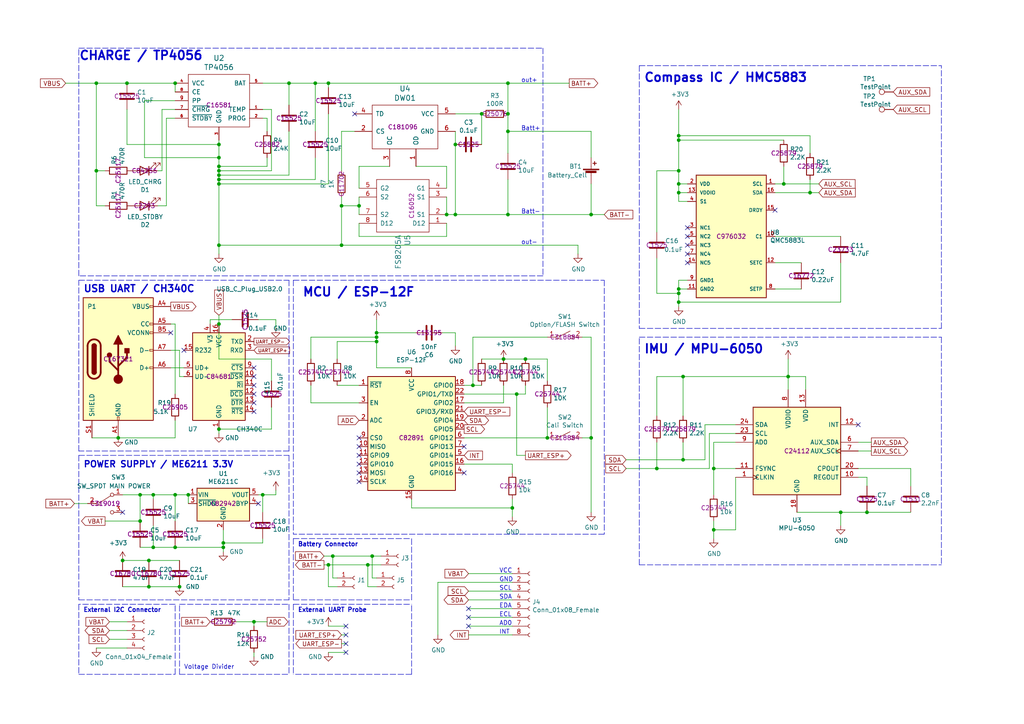
<source format=kicad_sch>
(kicad_sch (version 20211123) (generator eeschema)
  (paper "A4")
  (junction (at 50.8 158.75))
  (junction (at 50.8 24.13))
  (junction (at 63.5 45.72))
  (junction (at 196.85 87.63))
  (junction (at 40.64 143.51))
  (junction (at 64.77 157.48))
  (junction (at 63.5 71.12))
  (junction (at 95.25 163.83))
  (junction (at 34.29 127))
  (junction (at 76.2 143.51))
  (junction (at 63.5 93.98))
  (junction (at 147.32 33.02))
  (junction (at 43.18 162.56))
  (junction (at 63.5 48.26))
  (junction (at 196.85 49.53))
  (junction (at 132.08 62.23))
  (junction (at 228.6 109.22))
  (junction (at 104.14 59.69))
  (junction (at 91.44 24.13))
  (junction (at 95.25 24.13))
  (junction (at 207.01 135.89))
  (junction (at 132.08 41.91))
  (junction (at 44.45 158.75))
  (junction (at 50.8 143.51))
  (junction (at 35.56 162.56))
  (junction (at 152.4 104.14))
  (junction (at 27.94 49.53))
  (junction (at 198.12 109.22))
  (junction (at 139.7 33.02))
  (junction (at 63.5 49.53))
  (junction (at 64.77 158.75))
  (junction (at 196.85 83.82))
  (junction (at 63.5 50.8))
  (junction (at 227.33 53.34))
  (junction (at 190.5 135.89))
  (junction (at 196.85 39.37))
  (junction (at 148.59 147.32))
  (junction (at 36.83 24.13))
  (junction (at 63.5 124.46))
  (junction (at 96.52 161.29))
  (junction (at 196.85 85.09))
  (junction (at 54.61 143.51))
  (junction (at 109.22 97.79))
  (junction (at 106.68 163.83))
  (junction (at 44.45 143.51))
  (junction (at 147.32 24.13))
  (junction (at 158.75 127))
  (junction (at 129.54 62.23))
  (junction (at 147.32 62.23))
  (junction (at 73.66 180.34))
  (junction (at 196.85 40.64))
  (junction (at 243.84 148.59))
  (junction (at 147.32 38.1))
  (junction (at 40.64 151.13))
  (junction (at 83.82 24.13))
  (junction (at 196.85 53.34))
  (junction (at 146.05 104.14))
  (junction (at 149.86 114.3))
  (junction (at 109.22 96.52))
  (junction (at 52.07 170.18))
  (junction (at 27.94 24.13))
  (junction (at 137.16 111.76))
  (junction (at 171.45 127))
  (junction (at 171.45 62.23))
  (junction (at 63.5 52.07))
  (junction (at 63.5 53.34))
  (junction (at 99.06 59.69))
  (junction (at 107.95 161.29))
  (junction (at 63.5 41.91))
  (junction (at 109.22 99.06))
  (junction (at 251.46 148.59))
  (junction (at 43.18 170.18))
  (junction (at 234.95 55.88))
  (junction (at 207.01 153.67))
  (junction (at 99.06 71.12))
  (junction (at 196.85 55.88))
  (junction (at 198.12 133.35))
  (no_connect (at 104.14 129.54))
  (no_connect (at 199.39 68.58))
  (no_connect (at 100.33 181.61))
  (no_connect (at 73.66 109.22))
  (no_connect (at 100.33 184.15))
  (no_connect (at 102.87 33.02))
  (no_connect (at 74.93 146.05))
  (no_connect (at 73.66 114.3))
  (no_connect (at 135.89 176.53))
  (no_connect (at 53.34 101.6))
  (no_connect (at 199.39 71.12))
  (no_connect (at 248.92 123.19))
  (no_connect (at 135.89 181.61))
  (no_connect (at 134.62 137.16))
  (no_connect (at 73.66 119.38))
  (no_connect (at 73.66 106.68))
  (no_connect (at 104.14 127))
  (no_connect (at 73.66 116.84))
  (no_connect (at 104.14 137.16))
  (no_connect (at 104.14 132.08))
  (no_connect (at 49.53 96.52))
  (no_connect (at 73.66 111.76))
  (no_connect (at 199.39 66.04))
  (no_connect (at 135.89 179.07))
  (no_connect (at 134.62 129.54))
  (no_connect (at 35.56 148.59))
  (no_connect (at 199.39 73.66))
  (no_connect (at 104.14 139.7))
  (no_connect (at 100.33 186.69))
  (no_connect (at 104.14 134.62))
  (no_connect (at 199.39 76.2))
  (no_connect (at 100.33 189.23))
  (no_connect (at 224.79 60.96))
  (wire (pts (xy 104.14 111.76) (xy 97.79 111.76)))
  (polyline (pts (xy 83.82 130.81) (xy 22.86 130.81)))
  (wire (pts (xy 196.85 40.64) (xy 196.85 39.37)))
  (wire (pts (xy 99.06 59.69) (xy 99.06 71.12)))
  (wire (pts (xy 234.95 52.07) (xy 234.95 55.88)))
  (wire (pts (xy 129.54 57.15) (xy 129.54 62.23)))
  (wire (pts (xy 146.05 111.76) (xy 146.05 116.84)))
  (wire (pts (xy 196.85 83.82) (xy 196.85 85.09)))
  (wire (pts (xy 134.62 134.62) (xy 148.59 134.62)))
  (wire (pts (xy 248.92 138.43) (xy 251.46 138.43)))
  (wire (pts (xy 224.79 53.34) (xy 227.33 53.34)))
  (wire (pts (xy 96.52 161.29) (xy 107.95 161.29)))
  (wire (pts (xy 168.91 127) (xy 171.45 127)))
  (wire (pts (xy 35.56 143.51) (xy 40.64 143.51)))
  (wire (pts (xy 196.85 55.88) (xy 196.85 53.34)))
  (wire (pts (xy 199.39 53.34) (xy 196.85 53.34)))
  (wire (pts (xy 99.06 59.69) (xy 104.14 59.69)))
  (wire (pts (xy 232.41 83.82) (xy 224.79 83.82)))
  (polyline (pts (xy 50.8 195.58) (xy 50.8 175.26)))
  (wire (pts (xy 134.62 111.76) (xy 137.16 111.76)))
  (polyline (pts (xy 119.38 195.58) (xy 85.09 195.58)))
  (wire (pts (xy 26.67 127) (xy 34.29 127)))
  (wire (pts (xy 43.18 162.56) (xy 35.56 162.56)))
  (wire (pts (xy 134.62 114.3) (xy 149.86 114.3)))
  (wire (pts (xy 95.25 170.18) (xy 97.79 170.18)))
  (wire (pts (xy 227.33 40.64) (xy 196.85 40.64)))
  (wire (pts (xy 233.68 109.22) (xy 228.6 109.22)))
  (wire (pts (xy 64.77 153.67) (xy 64.77 157.48)))
  (wire (pts (xy 148.59 134.62) (xy 148.59 137.16)))
  (wire (pts (xy 99.06 38.1) (xy 99.06 49.53)))
  (wire (pts (xy 181.61 135.89) (xy 190.5 135.89)))
  (wire (pts (xy 198.12 109.22) (xy 228.6 109.22)))
  (wire (pts (xy 119.38 147.32) (xy 148.59 147.32)))
  (wire (pts (xy 99.06 57.15) (xy 99.06 59.69)))
  (wire (pts (xy 43.18 170.18) (xy 52.07 170.18)))
  (wire (pts (xy 99.06 186.69) (xy 100.33 186.69)))
  (wire (pts (xy 90.17 111.76) (xy 90.17 116.84)))
  (wire (pts (xy 196.85 39.37) (xy 196.85 31.75)))
  (wire (pts (xy 50.8 143.51) (xy 54.61 143.51)))
  (wire (pts (xy 44.45 143.51) (xy 50.8 143.51)))
  (polyline (pts (xy 85.09 81.28) (xy 85.09 154.94)))
  (wire (pts (xy 199.39 58.42) (xy 196.85 58.42)))
  (wire (pts (xy 27.94 24.13) (xy 36.83 24.13)))
  (wire (pts (xy 50.8 29.21) (xy 41.91 29.21)))
  (polyline (pts (xy 157.48 13.97) (xy 157.48 80.01)))
  (wire (pts (xy 196.85 85.09) (xy 196.85 87.63)))
  (wire (pts (xy 207.01 153.67) (xy 207.01 156.21)))
  (wire (pts (xy 27.94 59.69) (xy 27.94 49.53)))
  (wire (pts (xy 80.01 143.51) (xy 76.2 143.51)))
  (polyline (pts (xy 22.86 132.08) (xy 83.82 132.08)))
  (polyline (pts (xy 185.42 95.25) (xy 273.05 95.25)))
  (wire (pts (xy 93.98 163.83) (xy 95.25 163.83)))
  (wire (pts (xy 227.33 53.34) (xy 237.49 53.34)))
  (polyline (pts (xy 52.07 195.58) (xy 83.82 195.58)))
  (wire (pts (xy 43.18 170.18) (xy 35.56 170.18)))
  (wire (pts (xy 224.79 76.2) (xy 232.41 76.2)))
  (wire (pts (xy 41.91 45.72) (xy 63.5 45.72)))
  (wire (pts (xy 243.84 87.63) (xy 196.85 87.63)))
  (wire (pts (xy 30.48 59.69) (xy 27.94 59.69)))
  (wire (pts (xy 213.36 153.67) (xy 207.01 153.67)))
  (wire (pts (xy 63.5 52.07) (xy 63.5 53.34)))
  (polyline (pts (xy 85.09 81.28) (xy 175.26 81.28)))
  (wire (pts (xy 171.45 127) (xy 171.45 148.59)))
  (polyline (pts (xy 85.09 175.26) (xy 85.09 195.58)))
  (wire (pts (xy 76.2 156.21) (xy 76.2 157.48)))
  (wire (pts (xy 207.01 135.89) (xy 207.01 143.51)))
  (wire (pts (xy 50.8 31.75) (xy 46.99 31.75)))
  (wire (pts (xy 243.84 148.59) (xy 251.46 148.59)))
  (wire (pts (xy 76.2 143.51) (xy 74.93 143.51)))
  (wire (pts (xy 109.22 97.79) (xy 90.17 97.79)))
  (wire (pts (xy 30.48 151.13) (xy 40.64 151.13)))
  (wire (pts (xy 97.79 99.06) (xy 109.22 99.06)))
  (wire (pts (xy 52.07 162.56) (xy 43.18 162.56)))
  (wire (pts (xy 158.75 110.49) (xy 158.75 104.14)))
  (wire (pts (xy 73.66 189.23) (xy 73.66 190.5)))
  (wire (pts (xy 63.5 104.14) (xy 63.5 93.98)))
  (wire (pts (xy 44.45 152.4) (xy 44.45 158.75)))
  (wire (pts (xy 31.75 185.42) (xy 36.83 185.42)))
  (wire (pts (xy 21.59 146.05) (xy 25.4 146.05)))
  (wire (pts (xy 196.85 49.53) (xy 196.85 53.34)))
  (wire (pts (xy 48.26 59.69) (xy 45.72 59.69)))
  (polyline (pts (xy 52.07 195.58) (xy 52.07 175.26)))
  (wire (pts (xy 196.85 58.42) (xy 196.85 55.88)))
  (wire (pts (xy 251.46 148.59) (xy 264.16 148.59)))
  (wire (pts (xy 137.16 111.76) (xy 137.16 97.79)))
  (polyline (pts (xy 175.26 154.94) (xy 85.09 154.94)))
  (wire (pts (xy 76.2 148.59) (xy 76.2 143.51)))
  (wire (pts (xy 60.96 93.98) (xy 60.96 92.71)))
  (wire (pts (xy 199.39 81.28) (xy 196.85 81.28)))
  (wire (pts (xy 132.08 96.52) (xy 132.08 100.33)))
  (wire (pts (xy 68.58 180.34) (xy 73.66 180.34)))
  (polyline (pts (xy 83.82 132.08) (xy 83.82 173.99)))
  (polyline (pts (xy 22.86 132.08) (xy 22.86 173.99)))
  (wire (pts (xy 129.54 62.23) (xy 132.08 62.23)))
  (wire (pts (xy 73.66 181.61) (xy 73.66 180.34)))
  (wire (pts (xy 44.45 144.78) (xy 44.45 143.51)))
  (wire (pts (xy 128.27 96.52) (xy 132.08 96.52)))
  (wire (pts (xy 134.62 127) (xy 158.75 127)))
  (wire (pts (xy 205.74 125.73) (xy 213.36 125.73)))
  (wire (pts (xy 30.48 49.53) (xy 27.94 49.53)))
  (wire (pts (xy 50.8 151.13) (xy 50.8 143.51)))
  (polyline (pts (xy 185.42 97.79) (xy 273.05 97.79)))
  (wire (pts (xy 198.12 109.22) (xy 198.12 120.65)))
  (wire (pts (xy 233.68 113.03) (xy 233.68 109.22)))
  (wire (pts (xy 139.7 33.02) (xy 132.08 33.02)))
  (wire (pts (xy 264.16 135.89) (xy 264.16 140.97)))
  (wire (pts (xy 73.66 180.34) (xy 77.47 180.34)))
  (wire (pts (xy 149.86 114.3) (xy 152.4 114.3)))
  (wire (pts (xy 243.84 148.59) (xy 243.84 152.4)))
  (wire (pts (xy 40.64 158.75) (xy 44.45 158.75)))
  (wire (pts (xy 63.5 50.8) (xy 83.82 50.8)))
  (wire (pts (xy 168.91 97.79) (xy 171.45 97.79)))
  (wire (pts (xy 64.77 157.48) (xy 64.77 158.75)))
  (wire (pts (xy 50.8 127) (xy 50.8 121.92)))
  (wire (pts (xy 34.29 127) (xy 50.8 127)))
  (wire (pts (xy 40.64 143.51) (xy 44.45 143.51)))
  (wire (pts (xy 102.87 38.1) (xy 99.06 38.1)))
  (wire (pts (xy 52.07 101.6) (xy 52.07 109.22)))
  (wire (pts (xy 76.2 34.29) (xy 77.47 34.29)))
  (polyline (pts (xy 22.86 81.28) (xy 83.82 81.28)))
  (wire (pts (xy 158.75 127) (xy 158.75 118.11)))
  (wire (pts (xy 49.53 101.6) (xy 52.07 101.6)))
  (wire (pts (xy 106.68 163.83) (xy 110.49 163.83)))
  (wire (pts (xy 107.95 161.29) (xy 107.95 167.64)))
  (wire (pts (xy 46.99 49.53) (xy 45.72 49.53)))
  (wire (pts (xy 190.5 135.89) (xy 205.74 135.89)))
  (wire (pts (xy 127 184.15) (xy 127 168.91)))
  (polyline (pts (xy 22.86 175.26) (xy 22.86 195.58)))
  (wire (pts (xy 224.79 55.88) (xy 234.95 55.88)))
  (wire (pts (xy 77.47 45.72) (xy 77.47 48.26)))
  (wire (pts (xy 91.44 52.07) (xy 63.5 52.07)))
  (wire (pts (xy 78.74 31.75) (xy 78.74 49.53)))
  (polyline (pts (xy 119.38 173.99) (xy 119.38 156.21)))
  (wire (pts (xy 104.14 54.61) (xy 104.14 48.26)))
  (wire (pts (xy 46.99 31.75) (xy 46.99 49.53)))
  (wire (pts (xy 135.89 166.37) (xy 148.59 166.37)))
  (wire (pts (xy 127 168.91) (xy 148.59 168.91)))
  (wire (pts (xy 109.22 96.52) (xy 109.22 97.79)))
  (wire (pts (xy 63.5 49.53) (xy 63.5 50.8)))
  (wire (pts (xy 252.73 130.81) (xy 248.92 130.81)))
  (wire (pts (xy 90.17 97.79) (xy 90.17 104.14)))
  (wire (pts (xy 198.12 128.27) (xy 198.12 133.35)))
  (polyline (pts (xy 85.09 175.26) (xy 119.38 175.26)))
  (wire (pts (xy 106.68 163.83) (xy 106.68 170.18)))
  (wire (pts (xy 146.05 104.14) (xy 152.4 104.14)))
  (wire (pts (xy 234.95 39.37) (xy 196.85 39.37)))
  (wire (pts (xy 149.86 132.08) (xy 152.4 132.08)))
  (polyline (pts (xy 50.8 175.26) (xy 22.86 175.26)))
  (polyline (pts (xy 22.86 80.01) (xy 22.86 13.97)))
  (wire (pts (xy 95.25 163.83) (xy 106.68 163.83)))
  (wire (pts (xy 137.16 97.79) (xy 158.75 97.79)))
  (polyline (pts (xy 22.86 130.81) (xy 22.86 81.28)))
  (polyline (pts (xy 22.86 173.99) (xy 83.82 173.99)))
  (wire (pts (xy 78.74 104.14) (xy 63.5 104.14)))
  (wire (pts (xy 147.32 44.45) (xy 147.32 38.1)))
  (wire (pts (xy 147.32 33.02) (xy 147.32 38.1)))
  (polyline (pts (xy 185.42 163.83) (xy 273.05 163.83)))
  (wire (pts (xy 224.79 68.58) (xy 243.84 68.58)))
  (polyline (pts (xy 85.09 156.21) (xy 119.38 156.21)))
  (wire (pts (xy 91.44 24.13) (xy 91.44 38.1)))
  (wire (pts (xy 76.2 31.75) (xy 78.74 31.75)))
  (wire (pts (xy 99.06 71.12) (xy 63.5 71.12)))
  (wire (pts (xy 148.59 181.61) (xy 135.89 181.61)))
  (wire (pts (xy 196.85 87.63) (xy 196.85 88.9)))
  (wire (pts (xy 83.82 24.13) (xy 83.82 30.48)))
  (wire (pts (xy 41.91 29.21) (xy 41.91 45.72)))
  (wire (pts (xy 190.5 128.27) (xy 190.5 135.89)))
  (wire (pts (xy 171.45 62.23) (xy 171.45 53.34)))
  (wire (pts (xy 95.25 53.34) (xy 63.5 53.34)))
  (wire (pts (xy 148.59 173.99) (xy 135.89 173.99)))
  (wire (pts (xy 104.14 59.69) (xy 104.14 62.23)))
  (wire (pts (xy 76.2 24.13) (xy 83.82 24.13)))
  (wire (pts (xy 228.6 104.14) (xy 228.6 109.22)))
  (wire (pts (xy 196.85 81.28) (xy 196.85 83.82)))
  (wire (pts (xy 149.86 114.3) (xy 149.86 132.08)))
  (wire (pts (xy 171.45 62.23) (xy 175.26 62.23)))
  (polyline (pts (xy 83.82 175.26) (xy 83.82 195.58)))
  (wire (pts (xy 109.22 97.79) (xy 109.22 99.06)))
  (wire (pts (xy 148.59 147.32) (xy 148.59 149.86)))
  (wire (pts (xy 109.22 106.68) (xy 119.38 106.68)))
  (wire (pts (xy 190.5 49.53) (xy 196.85 49.53)))
  (polyline (pts (xy 185.42 163.83) (xy 185.42 97.79)))
  (wire (pts (xy 205.74 135.89) (xy 205.74 125.73)))
  (wire (pts (xy 152.4 114.3) (xy 152.4 111.76)))
  (wire (pts (xy 50.8 26.67) (xy 50.8 24.13)))
  (wire (pts (xy 190.5 109.22) (xy 190.5 120.65)))
  (wire (pts (xy 171.45 97.79) (xy 171.45 127)))
  (wire (pts (xy 107.95 161.29) (xy 110.49 161.29)))
  (wire (pts (xy 132.08 62.23) (xy 147.32 62.23)))
  (wire (pts (xy 147.32 24.13) (xy 165.1 24.13)))
  (wire (pts (xy 63.5 93.98) (xy 63.5 91.44)))
  (wire (pts (xy 167.64 71.12) (xy 167.64 73.66)))
  (wire (pts (xy 213.36 138.43) (xy 213.36 153.67)))
  (wire (pts (xy 104.14 68.58) (xy 129.54 68.58)))
  (wire (pts (xy 95.25 189.23) (xy 100.33 189.23)))
  (wire (pts (xy 50.8 93.98) (xy 50.8 114.3)))
  (wire (pts (xy 80.01 92.71) (xy 80.01 95.25)))
  (polyline (pts (xy 175.26 81.28) (xy 175.26 154.94)))
  (wire (pts (xy 132.08 38.1) (xy 132.08 41.91)))
  (wire (pts (xy 135.89 184.15) (xy 148.59 184.15)))
  (polyline (pts (xy 85.09 156.21) (xy 85.09 173.99)))
  (wire (pts (xy 152.4 104.14) (xy 158.75 104.14)))
  (wire (pts (xy 204.47 123.19) (xy 213.36 123.19)))
  (wire (pts (xy 40.64 151.13) (xy 40.64 143.51)))
  (polyline (pts (xy 22.86 13.97) (xy 157.48 13.97)))
  (wire (pts (xy 27.94 24.13) (xy 19.05 24.13)))
  (wire (pts (xy 63.5 48.26) (xy 63.5 49.53)))
  (polyline (pts (xy 83.82 81.28) (xy 83.82 130.81)))
  (wire (pts (xy 129.54 48.26) (xy 129.54 54.61)))
  (wire (pts (xy 90.17 116.84) (xy 104.14 116.84)))
  (wire (pts (xy 109.22 96.52) (xy 109.22 92.71)))
  (wire (pts (xy 104.14 57.15) (xy 104.14 59.69)))
  (wire (pts (xy 36.83 24.13) (xy 50.8 24.13)))
  (wire (pts (xy 134.62 116.84) (xy 146.05 116.84)))
  (wire (pts (xy 63.5 49.53) (xy 78.74 49.53)))
  (wire (pts (xy 248.92 128.27) (xy 252.73 128.27)))
  (wire (pts (xy 190.5 109.22) (xy 198.12 109.22)))
  (wire (pts (xy 78.74 124.46) (xy 63.5 124.46)))
  (wire (pts (xy 243.84 76.2) (xy 243.84 87.63)))
  (wire (pts (xy 139.7 104.14) (xy 146.05 104.14)))
  (wire (pts (xy 120.65 96.52) (xy 109.22 96.52)))
  (wire (pts (xy 199.39 55.88) (xy 196.85 55.88)))
  (wire (pts (xy 36.83 31.75) (xy 36.83 41.91)))
  (wire (pts (xy 213.36 128.27) (xy 207.01 128.27)))
  (wire (pts (xy 93.98 161.29) (xy 96.52 161.29)))
  (wire (pts (xy 129.54 68.58) (xy 129.54 64.77)))
  (wire (pts (xy 77.47 48.26) (xy 63.5 48.26)))
  (wire (pts (xy 74.93 92.71) (xy 80.01 92.71)))
  (wire (pts (xy 148.59 179.07) (xy 135.89 179.07)))
  (wire (pts (xy 147.32 24.13) (xy 147.32 33.02)))
  (wire (pts (xy 190.5 67.31) (xy 190.5 49.53)))
  (wire (pts (xy 95.25 33.02) (xy 95.25 53.34)))
  (wire (pts (xy 190.5 74.93) (xy 190.5 85.09)))
  (polyline (pts (xy 22.86 195.58) (xy 50.8 195.58)))
  (wire (pts (xy 50.8 34.29) (xy 48.26 34.29)))
  (wire (pts (xy 248.92 135.89) (xy 264.16 135.89)))
  (wire (pts (xy 49.53 93.98) (xy 50.8 93.98)))
  (wire (pts (xy 60.96 92.71) (xy 67.31 92.71)))
  (wire (pts (xy 148.59 171.45) (xy 135.89 171.45)))
  (wire (pts (xy 95.25 25.4) (xy 95.25 24.13)))
  (wire (pts (xy 48.26 34.29) (xy 48.26 59.69)))
  (wire (pts (xy 63.5 41.91) (xy 63.5 45.72)))
  (wire (pts (xy 54.61 143.51) (xy 54.61 146.05)))
  (polyline (pts (xy 52.07 175.26) (xy 83.82 175.26)))
  (wire (pts (xy 139.7 41.91) (xy 139.7 33.02)))
  (wire (pts (xy 190.5 85.09) (xy 196.85 85.09)))
  (wire (pts (xy 99.06 184.15) (xy 100.33 184.15)))
  (wire (pts (xy 83.82 24.13) (xy 91.44 24.13)))
  (polyline (pts (xy 273.05 97.79) (xy 273.05 163.83)))
  (wire (pts (xy 83.82 38.1) (xy 83.82 50.8)))
  (wire (pts (xy 204.47 133.35) (xy 204.47 123.19)))
  (wire (pts (xy 251.46 138.43) (xy 251.46 140.97)))
  (wire (pts (xy 80.01 142.24) (xy 80.01 143.51)))
  (wire (pts (xy 227.33 48.26) (xy 227.33 53.34)))
  (wire (pts (xy 119.38 144.78) (xy 119.38 147.32)))
  (polyline (pts (xy 157.48 80.01) (xy 22.86 80.01)))
  (wire (pts (xy 97.79 104.14) (xy 97.79 99.06)))
  (wire (pts (xy 76.2 157.48) (xy 64.77 157.48)))
  (wire (pts (xy 27.94 49.53) (xy 27.94 24.13)))
  (wire (pts (xy 109.22 99.06) (xy 109.22 106.68)))
  (wire (pts (xy 63.5 124.46) (xy 63.5 125.73)))
  (wire (pts (xy 207.01 128.27) (xy 207.01 135.89)))
  (wire (pts (xy 148.59 144.78) (xy 148.59 147.32)))
  (wire (pts (xy 198.12 133.35) (xy 204.47 133.35)))
  (wire (pts (xy 78.74 118.11) (xy 78.74 124.46)))
  (polyline (pts (xy 273.05 95.25) (xy 273.05 19.05)))
  (wire (pts (xy 147.32 38.1) (xy 171.45 38.1)))
  (wire (pts (xy 63.5 71.12) (xy 63.5 73.66)))
  (wire (pts (xy 36.83 182.88) (xy 31.75 182.88)))
  (wire (pts (xy 63.5 40.64) (xy 63.5 41.91)))
  (wire (pts (xy 207.01 151.13) (xy 207.01 153.67)))
  (polyline (pts (xy 185.42 19.05) (xy 185.42 95.25)))
  (wire (pts (xy 132.08 41.91) (xy 132.08 62.23)))
  (polyline (pts (xy 185.42 19.05) (xy 273.05 19.05)))
  (wire (pts (xy 148.59 176.53) (xy 135.89 176.53)))
  (wire (pts (xy 100.33 181.61) (xy 95.25 181.61)))
  (wire (pts (xy 104.14 64.77) (xy 104.14 68.58)))
  (wire (pts (xy 234.95 44.45) (xy 234.95 39.37)))
  (wire (pts (xy 44.45 158.75) (xy 50.8 158.75)))
  (wire (pts (xy 199.39 83.82) (xy 196.85 83.82)))
  (wire (pts (xy 107.95 167.64) (xy 109.22 167.64)))
  (wire (pts (xy 91.44 24.13) (xy 95.25 24.13)))
  (wire (pts (xy 147.32 62.23) (xy 171.45 62.23)))
  (wire (pts (xy 181.61 133.35) (xy 198.12 133.35)))
  (wire (pts (xy 104.14 48.26) (xy 113.03 48.26)))
  (wire (pts (xy 137.16 111.76) (xy 139.7 111.76)))
  (wire (pts (xy 106.68 170.18) (xy 109.22 170.18)))
  (wire (pts (xy 231.14 148.59) (xy 243.84 148.59)))
  (wire (pts (xy 77.47 34.29) (xy 77.47 38.1)))
  (polyline (pts (xy 85.09 173.99) (xy 119.38 173.99)))
  (wire (pts (xy 95.25 24.13) (xy 147.32 24.13)))
  (wire (pts (xy 27.94 187.96) (xy 36.83 187.96)))
  (wire (pts (xy 78.74 110.49) (xy 78.74 104.14)))
  (wire (pts (xy 63.5 50.8) (xy 63.5 52.07)))
  (wire (pts (xy 234.95 55.88) (xy 237.49 55.88)))
  (wire (pts (xy 213.36 135.89) (xy 207.01 135.89)))
  (wire (pts (xy 64.77 158.75) (xy 64.77 160.02)))
  (wire (pts (xy 63.5 45.72) (xy 63.5 48.26)))
  (wire (pts (xy 36.83 41.91) (xy 63.5 41.91)))
  (wire (pts (xy 97.79 167.64) (xy 96.52 167.64)))
  (wire (pts (xy 99.06 71.12) (xy 167.64 71.12)))
  (wire (pts (xy 31.75 180.34) (xy 36.83 180.34)))
  (polyline (pts (xy 119.38 195.58) (xy 119.38 175.26)))
  (wire (pts (xy 196.85 40.64) (xy 196.85 49.53)))
  (wire (pts (xy 91.44 45.72) (xy 91.44 52.07)))
  (wire (pts (xy 96.52 167.64) (xy 96.52 161.29)))
  (wire (pts (xy 49.53 106.68) (xy 53.34 106.68)))
  (wire (pts (xy 147.32 52.07) (xy 147.32 62.23)))
  (wire (pts (xy 228.6 113.03) (xy 228.6 109.22)))
  (wire (pts (xy 120.65 48.26) (xy 129.54 48.26)))
  (wire (pts (xy 52.07 109.22) (xy 53.34 109.22)))
  (wire (pts (xy 63.5 53.34) (xy 63.5 71.12)))
  (wire (pts (xy 95.25 170.18) (xy 95.25 163.83)))
  (wire (pts (xy 171.45 38.1) (xy 171.45 45.72)))
  (wire (pts (xy 50.8 158.75) (xy 64.77 158.75)))
  (text "Voltage Divider" (at 53.34 194.31 0) (effects (font (size 1.27 1.27)) (justify left bottom)))
  (text "Batt-" (at 151.13 62.23 0) (effects (font (size 1.27 1.27)) (justify left bottom)))
  (text "External UART Probe" (at 86.36 177.8 0) (effects (font (size 1.27 1.27) (thickness 0.254) bold) (justify left bottom)))
  (text "MCU / ESP-12F" (at 87.63 86.36 0) (effects (font (size 2.54 2.54) (thickness 0.508) bold) (justify left bottom)))
  (text "External I2C Connector" (at 24.13 177.8 0) (effects (font (size 1.27 1.27) (thickness 0.254) bold) (justify left bottom)))
  (text "AD0" (at 144.78 181.61 0) (effects (font (size 1.27 1.27)) (justify left bottom)))
  (text "IMU / MPU-6050" (at 186.69 102.87 0) (effects (font (size 2.54 2.54) (thickness 0.508) bold) (justify left bottom)))
  (text "Compass IC / HMC5883" (at 186.69 24.13 0) (effects (font (size 2.54 2.54) (thickness 0.508) bold) (justify left bottom)))
  (text "POWER SUPPLY / ME6211 3.3V" (at 24.13 135.89 0) (effects (font (size 1.8034 1.8034) (thickness 0.3607) bold) (justify left bottom)))
  (text "ECL" (at 144.78 179.07 0) (effects (font (size 1.27 1.27)) (justify left bottom)))
  (text "out+\n" (at 151.13 24.13 0) (effects (font (size 1.27 1.27)) (justify left bottom)))
  (text "GND" (at 144.78 168.91 0) (effects (font (size 1.27 1.27)) (justify left bottom)))
  (text "EDA" (at 144.78 176.53 0) (effects (font (size 1.27 1.27)) (justify left bottom)))
  (text "VCC" (at 144.78 166.37 0) (effects (font (size 1.27 1.27)) (justify left bottom)))
  (text "SDA" (at 144.78 173.99 0) (effects (font (size 1.27 1.27)) (justify left bottom)))
  (text "INT" (at 144.78 184.15 0) (effects (font (size 1.27 1.27)) (justify left bottom)))
  (text "Batt+\n" (at 151.13 38.1 0) (effects (font (size 1.27 1.27)) (justify left bottom)))
  (text "CHARGE / TP4056" (at 22.86 17.78 0) (effects (font (size 2.54 2.54) (thickness 0.508) bold) (justify left bottom)))
  (text "USB UART / CH340C" (at 24.13 85.09 0) (effects (font (size 2.0066 2.0066) (thickness 0.4013) bold) (justify left bottom)))
  (text "Battery Connector" (at 86.36 158.75 0) (effects (font (size 1.27 1.27) (thickness 0.254) bold) (justify left bottom)))
  (text "out-" (at 151.13 71.12 0) (effects (font (size 1.27 1.27)) (justify left bottom)))
  (text "SCL" (at 144.78 171.45 0) (effects (font (size 1.27 1.27)) (justify left bottom)))
  (global_label "UART_ESP-" (shape output) (at 73.66 99.06 0) (effects (font (size 0.9906 0.9906))) (property "Intersheet References" "${INTERSHEET_REFS}" (effects hide)))
  (global_label "UART_ESP+" (shape input) (at 99.06 184.15 180) (property "Intersheet References" "${INTERSHEET_REFS}" (effects hide)))
  (global_label "SDA" (shape bidirectional) (at 135.89 173.99 180) (property "Intersheet References" "${INTERSHEET_REFS}" (effects hide)))
  (global_label "SCL" (shape input) (at 135.89 171.45 180) (property "Intersheet References" "${INTERSHEET_REFS}" (effects hide)))
  (global_label "UART_ESP-" (shape output) (at 99.06 186.69 180) (property "Intersheet References" "${INTERSHEET_REFS}" (effects hide)))
  (global_label "VBAT" (shape input) (at 31.75 180.34 180) (property "Intersheet References" "${INTERSHEET_REFS}" (effects hide)))
  (global_label "BATT+" (shape input) (at 93.98 161.29 180) (property "Intersheet References" "${INTERSHEET_REFS}" (effects hide)))
  (global_label "VBUS" (shape input) (at 19.05 24.13 180) (property "Intersheet References" "${INTERSHEET_REFS}" (effects hide)))
  (global_label "VBUS" (shape output) (at 49.53 88.9 0) (property "Intersheet References" "${INTERSHEET_REFS}" (effects hide)))
  (global_label "SDA" (shape bidirectional) (at 31.75 182.88 180) (property "Intersheet References" "${INTERSHEET_REFS}" (effects hide)))
  (global_label "BATT+" (shape output) (at 165.1 24.13 0) (property "Intersheet References" "${INTERSHEET_REFS}" (effects hide)))
  (global_label "AUX_SCL" (shape input) (at 237.49 53.34 0) (property "Intersheet References" "${INTERSHEET_REFS}" (effects hide)))
  (global_label "SDA" (shape input) (at 181.61 133.35 180) (property "Intersheet References" "${INTERSHEET_REFS}" (effects hide)))
  (global_label "UART_ESP+" (shape output) (at 152.4 132.08 0) (property "Intersheet References" "${INTERSHEET_REFS}" (effects hide)))
  (global_label "AUX_SDA" (shape input) (at 237.49 55.88 0) (property "Intersheet References" "${INTERSHEET_REFS}" (effects hide)))
  (global_label "INT" (shape output) (at 135.89 184.15 180) (property "Intersheet References" "${INTERSHEET_REFS}" (effects hide)))
  (global_label "VBAT" (shape output) (at 30.48 151.13 180) (property "Intersheet References" "${INTERSHEET_REFS}" (effects hide)))
  (global_label "SCL" (shape input) (at 31.75 185.42 180) (property "Intersheet References" "${INTERSHEET_REFS}" (effects hide)))
  (global_label "SCL" (shape output) (at 134.62 124.46 0) (property "Intersheet References" "${INTERSHEET_REFS}" (effects hide)))
  (global_label "AUX_SDA" (shape output) (at 252.73 128.27 0) (property "Intersheet References" "${INTERSHEET_REFS}" (effects hide)))
  (global_label "UART_ESP+" (shape input) (at 73.66 101.6 0) (effects (font (size 0.9906 0.9906))) (property "Intersheet References" "${INTERSHEET_REFS}" (effects hide)))
  (global_label "BATT+" (shape input) (at 21.59 146.05 180) (property "Intersheet References" "${INTERSHEET_REFS}" (effects hide)))
  (global_label "ADC" (shape output) (at 77.47 180.34 0) (property "Intersheet References" "${INTERSHEET_REFS}" (effects hide)))
  (global_label "VBAT" (shape input) (at 135.89 166.37 180) (property "Intersheet References" "${INTERSHEET_REFS}" (effects hide)))
  (global_label "SCL" (shape input) (at 181.61 135.89 180) (property "Intersheet References" "${INTERSHEET_REFS}" (effects hide)))
  (global_label "INT" (shape input) (at 134.62 132.08 0) (property "Intersheet References" "${INTERSHEET_REFS}" (effects hide)))
  (global_label "BATT-" (shape input) (at 175.26 62.23 0) (property "Intersheet References" "${INTERSHEET_REFS}" (effects hide)))
  (global_label "BATT-" (shape output) (at 93.98 163.83 180) (property "Intersheet References" "${INTERSHEET_REFS}" (effects hide)))
  (global_label "AUX_SDA" (shape input) (at 259.08 26.67 0) (property "Intersheet References" "${INTERSHEET_REFS}" (effects hide)))
  (global_label "UART_ESP-" (shape input) (at 134.62 119.38 0) (property "Intersheet References" "${INTERSHEET_REFS}" (effects hide)))
  (global_label "BATT+" (shape input) (at 60.96 180.34 180) (property "Intersheet References" "${INTERSHEET_REFS}" (effects hide)))
  (global_label "SDA" (shape bidirectional) (at 134.62 121.92 0) (property "Intersheet References" "${INTERSHEET_REFS}" (effects hide)))
  (global_label "AUX_SCL" (shape input) (at 259.08 31.75 0) (property "Intersheet References" "${INTERSHEET_REFS}" (effects hide)))
  (global_label "AUX_SCL" (shape output) (at 252.73 130.81 0) (property "Intersheet References" "${INTERSHEET_REFS}" (effects hide)))
  (global_label "ADC" (shape input) (at 104.14 121.92 180) (property "Intersheet References" "${INTERSHEET_REFS}" (effects hide)))
  (global_label "VBUS" (shape input) (at 63.5 91.44 90) (property "Intersheet References" "${INTERSHEET_REFS}" (effects hide)))
  (symbol (lib_id "Device:Battery_Cell") (at 171.45 50.8 0) (unit 1)
    (property "Reference" "BT1" (at 165.1 48.26 0) (effects (justify left)))
    (property "Value" "Battery_Cell" (at 158.75 50.8 0) (effects (justify left)))
    (property "Footprint" "Battery:BatteryHolder_MPD_BH-18650-PC2" (effects hide))
  )
  (symbol (lib_id "Sensor_Motion:MPU-6050") (at 231.14 130.81 0) (unit 1)
    (property "Reference" "U3" (at 231.14 150.8506 0))
    (property "Value" "MPU-6050" (at 231.14 153.162 0))
    (property "Footprint" "Sensor_Motion:InvenSense_QFN-24_4x4mm_P0.5mm" (effects hide))
    (property "Datasheet" "https://store.invensense.com/datasheets/invensense/MPU-6050_DataSheet_V3%204.pdf" (effects hide))
    (property "LCSC" "C24112" (at 231.14 130.81 0))
  )
  (symbol (lib_id "tp4056:TP4056") (at 63.5 30.48 0) (unit 1)
    (property "Reference" "U2" (at 63.5 16.8402 0) (effects (font (size 1.524 1.524))))
    (property "Value" "TP4056" (at 63.5 19.5326 0) (effects (font (size 1.524 1.524))))
    (property "Footprint" "Package_SO:HSOP-8-1EP_3.9x4.9mm_P1.27mm_EP2.41x3.1mm_ThermalVias" (effects hide))
    (property "LCSC" "C16581" (at 63.5 30.48 0))
  )
  (symbol (lib_id "Device:LED") (at 41.91 49.53 180) (unit 1)
    (property "Reference" "D1" (at 42.0878 55.0418 0))
    (property "Value" "LED_CHRG" (at 42.0878 52.7304 0))
    (property "Footprint" "LED_SMD:LED_0805_2012Metric" (effects hide))
    (property "LCSC" "C84256" (at 41.91 49.53 0))
  )
  (symbol (lib_id "Device:LED") (at 41.91 59.69 180) (unit 1)
    (property "Reference" "D2" (at 42.0878 65.2018 0))
    (property "Value" "LED_STDBY" (at 42.0878 62.8904 0))
    (property "Footprint" "LED_SMD:LED_0805_2012Metric" (effects hide))
    (property "LCSC" "C2293" (at 41.91 59.69 0))
  )
  (symbol (lib_id "power:GND") (at 63.5 73.66 0) (unit 1)
    (property "Reference" "#PWR0105" (effects hide))
    (property "Value" "GND" (at 63.627 78.0542 0))
  )
  (symbol (lib_id "Device:R") (at 34.29 59.69 90) (unit 1)
    (property "Reference" "R1" (at 33.1216 57.912 0) (effects (justify left)))
    (property "Value" "470R" (at 35.433 57.912 0) (effects (justify left)))
    (property "Footprint" "Resistor_SMD:R_0402_1005Metric" (effects hide))
    (property "LCSC" "C25117" (at 34.29 59.69 0))
  )
  (symbol (lib_id "dw01:DW01") (at 116.84 36.83 0) (unit 1)
    (property "Reference" "U4" (at 117.475 25.7302 0) (effects (font (size 1.524 1.524))))
    (property "Value" "DW01" (at 117.475 28.4226 0) (effects (font (size 1.524 1.524))))
    (property "Footprint" "Package_TO_SOT_SMD:SOT-23-6_Handsoldering" (effects hide))
    (property "LCSC" "C181096" (at 116.84 36.83 0))
  )
  (symbol (lib_id "fs8205a:FS8205A") (at 119.38 59.69 270) (unit 1)
    (property "Reference" "U5" (at 118.1862 68.0212 0) (effects (font (size 1.524 1.524)) (justify left)))
    (property "Value" "FS8205A" (at 115.4938 68.0212 0) (effects (font (size 1.524 1.524)) (justify left)))
    (property "Footprint" "Package_SO:TSSOP-8_4.4x3mm_P0.65mm" (effects hide))
    (property "LCSC" "C16052" (at 119.38 59.69 0))
  )
  (symbol (lib_id "RF_Module:ESP-12F") (at 119.38 127 0) (unit 1)
    (property "Reference" "U6" (at 119.38 102.0826 0))
    (property "Value" "ESP-12F" (at 119.38 104.394 0))
    (property "Footprint" "RF_Module:ESP-12E" (effects hide))
    (property "Datasheet" "http://wiki.ai-thinker.com/_media/esp8266/esp8266_series_modules_user_manual_v1.1.pdf" (effects hide))
    (property "LCSC" "C82891" (at 119.38 127 0))
  )
  (symbol (lib_id "Switch:SW_SPST") (at 163.83 97.79 0) (unit 1)
    (property "Reference" "SW1" (at 163.83 91.821 0))
    (property "Value" "Option/FLASH Switch" (at 163.83 94.1324 0))
    (property "Footprint" "Button_Switch_SMD:SW_SPST_SKQG_WithoutStem" (effects hide))
    (property "LCSC" "C318884" (at 163.83 97.79 0))
  )
  (symbol (lib_id "Switch:SW_SPST") (at 163.83 127 0) (unit 1)
    (property "Reference" "SW2" (at 163.83 121.031 0))
    (property "Value" "Cali Switch" (at 163.83 123.3424 0))
    (property "Footprint" "Button_Switch_SMD:SW_SPST_SKQG_WithoutStem" (effects hide))
    (property "LCSC" "C318884" (at 163.83 127 0))
  )
  (symbol (lib_id "Device:R") (at 34.29 49.53 90) (unit 1)
    (property "Reference" "R6" (at 33.1216 47.752 0) (effects (justify left)))
    (property "Value" "470R" (at 35.433 47.752 0) (effects (justify left)))
    (property "Footprint" "Resistor_SMD:R_0402_1005Metric" (effects hide))
    (property "LCSC" "C25117" (at 34.29 49.53 0))
  )
  (symbol (lib_id "Device:R") (at 77.47 41.91 0) (unit 1)
    (property "Reference" "R4" (at 79.248 40.7416 0) (effects (justify left)))
    (property "Value" "2.4K" (at 79.248 43.053 0) (effects (justify left)))
    (property "Footprint" "Resistor_SMD:R_0402_1005Metric" (effects hide))
    (property "LCSC" "C25882" (at 77.47 41.91 0))
  )
  (symbol (lib_id "Device:C") (at 83.82 34.29 0) (unit 1)
    (property "Reference" "C2" (at 86.741 33.1216 0) (effects (justify left)))
    (property "Value" "10uF" (at 86.741 35.433 0) (effects (justify left)))
    (property "Footprint" "Capacitor_SMD:C_0402_1005Metric" (effects hide))
    (property "LCSC" "C15525" (at 83.82 34.29 0))
  )
  (symbol (lib_id "Device:C") (at 36.83 27.94 0) (unit 1)
    (property "Reference" "C1" (at 39.751 26.7716 0) (effects (justify left)))
    (property "Value" "10uF" (at 39.751 29.083 0) (effects (justify left)))
    (property "Footprint" "Capacitor_SMD:C_0402_1005Metric" (effects hide))
    (property "LCSC" "C15525" (at 36.83 27.94 0))
  )
  (symbol (lib_id "Device:R") (at 99.06 53.34 0) (unit 1)
    (property "Reference" "R7" (at 93.8022 53.34 90))
    (property "Value" "1K" (at 96.1136 53.34 90))
    (property "Footprint" "Resistor_SMD:R_0402_1005Metric" (effects hide))
    (property "LCSC" "C11702" (at 99.06 53.34 90))
  )
  (symbol (lib_id "Device:C") (at 147.32 48.26 0) (unit 1)
    (property "Reference" "C4" (at 150.241 47.0916 0) (effects (justify left)))
    (property "Value" "10uF" (at 150.241 49.403 0) (effects (justify left)))
    (property "Footprint" "Capacitor_SMD:C_0402_1005Metric" (effects hide))
    (property "LCSC" "C15525" (at 147.32 48.26 0))
  )
  (symbol (lib_id "Device:C") (at 135.89 41.91 270) (unit 1)
    (property "Reference" "C3" (at 135.89 35.5092 90))
    (property "Value" "0.1uF" (at 135.89 37.8206 90))
    (property "Footprint" "Capacitor_SMD:C_0402_1005Metric" (effects hide))
    (property "LCSC" "C1525" (at 135.89 41.91 90))
  )
  (symbol (lib_id "Device:R") (at 143.51 33.02 270) (unit 1)
    (property "Reference" "R3" (at 143.51 27.7622 90))
    (property "Value" "100R" (at 143.51 30.0736 90))
    (property "Footprint" "Resistor_SMD:R_0402_1005Metric" (effects hide))
    (property "LCSC" "C25076" (at 143.51 33.02 90))
  )
  (symbol (lib_id "power:GND") (at 167.64 73.66 0) (unit 1)
    (property "Reference" "#PWR01" (effects hide))
    (property "Value" "GND" (at 167.767 78.0542 0))
  )
  (symbol (lib_id "Device:R") (at 207.01 147.32 0) (unit 1)
    (property "Reference" "R16" (at 208.788 146.1516 0) (effects (justify left)))
    (property "Value" "10k" (at 208.788 148.463 0) (effects (justify left)))
    (property "Footprint" "Resistor_SMD:R_0402_1005Metric" (effects hide))
    (property "LCSC" "C25744" (at 207.01 147.32 0))
  )
  (symbol (lib_id "power:GND") (at 207.01 156.21 0) (unit 1)
    (property "Reference" "#PWR0106" (effects hide))
    (property "Value" "GND" (at 207.137 160.6042 0))
  )
  (symbol (lib_id "Device:C") (at 264.16 144.78 0) (unit 1)
    (property "Reference" "C8" (at 267.081 143.6116 0) (effects (justify left)))
    (property "Value" "2.2nF" (at 267.081 145.923 0) (effects (justify left)))
    (property "Footprint" "Capacitor_SMD:C_0402_1005Metric" (effects hide))
    (property "LCSC" "C1531" (at 264.16 144.78 0))
  )
  (symbol (lib_id "Device:C") (at 251.46 144.78 0) (unit 1)
    (property "Reference" "C7" (at 254.381 143.6116 0) (effects (justify left)))
    (property "Value" "0.1uF" (at 254.381 145.923 0) (effects (justify left)))
    (property "Footprint" "Capacitor_SMD:C_0402_1005Metric" (effects hide))
    (property "LCSC" "C1525" (at 251.46 144.78 0))
  )
  (symbol (lib_id "Device:R") (at 64.77 180.34 90) (unit 1)
    (property "Reference" "R13" (at 64.77 177.8 90) (effects (justify left)))
    (property "Value" "47K" (at 69.85 177.8 90) (effects (justify left)))
    (property "Footprint" "Resistor_SMD:R_0402_1005Metric" (effects hide))
    (property "LCSC" "C25792" (at 64.77 180.34 90))
  )
  (symbol (lib_id "Device:R") (at 73.66 185.42 180) (unit 1)
    (property "Reference" "R14" (at 68.58 184.15 0) (effects (justify right)))
    (property "Value" "12K" (at 68.58 186.69 0) (effects (justify right)))
    (property "Footprint" "Resistor_SMD:R_0402_1005Metric" (effects hide))
    (property "LCSC" "C25752" (at 73.66 185.42 0))
  )
  (symbol (lib_id "power:GND") (at 73.66 190.5 0) (unit 1)
    (property "Reference" "#PWR06" (effects hide))
    (property "Value" "GND" (at 77.47 190.5 0))
  )
  (symbol (lib_id "Switch:SW_SPDT") (at 30.48 146.05 0) (unit 1)
    (property "Reference" "SW3" (at 34.29 138.43 0))
    (property "Value" "SW_SPDT MAIN POWER" (at 33.02 140.97 0))
    (property "Footprint" "Button_Switch_SMD:SW_SPDT_PCM12" (effects hide))
    (property "LCSC" "C319019" (at 30.48 146.05 0))
  )
  (symbol (lib_id "Device:R") (at 190.5 124.46 0) (unit 1)
    (property "Reference" "R12" (at 192.278 123.2916 0) (effects (justify left)))
    (property "Value" "2.2K" (at 192.278 125.603 0) (effects (justify left)))
    (property "Footprint" "Resistor_SMD:R_0402_1005Metric" (effects hide))
    (property "LCSC" "C25879" (at 190.5 124.46 0))
  )
  (symbol (lib_id "Device:R") (at 198.12 124.46 0) (unit 1)
    (property "Reference" "R11" (at 199.898 123.2916 0) (effects (justify left)))
    (property "Value" "2.2K" (at 199.898 125.603 0) (effects (justify left)))
    (property "Footprint" "Resistor_SMD:R_0402_1005Metric" (effects hide))
    (property "LCSC" "C25879" (at 198.12 124.46 0))
  )
  (symbol (lib_id "Device:C") (at 124.46 96.52 90) (unit 1)
    (property "Reference" "C6" (at 124.46 102.9208 90))
    (property "Value" "10nF" (at 124.46 100.6094 90))
    (property "Footprint" "Capacitor_SMD:C_0402_1005Metric" (effects hide))
    (property "LCSC" "C15195" (at 124.46 96.52 90))
  )
  (symbol (lib_id "power:GND") (at 132.08 100.33 0) (unit 1)
    (property "Reference" "#PWR03" (effects hide))
    (property "Value" "GND" (at 132.207 104.7242 0))
  )
  (symbol (lib_id "power:+3.3V") (at 109.22 92.71 0) (unit 1)
    (property "Reference" "#PWR0103" (effects hide))
    (property "Value" "+3.3V" (at 109.601 88.3158 0))
  )
  (symbol (lib_id "Device:R") (at 97.79 107.95 0) (unit 1)
    (property "Reference" "R8" (at 99.568 106.7816 0) (effects (justify left)))
    (property "Value" "10K" (at 99.568 109.093 0) (effects (justify left)))
    (property "Footprint" "Resistor_SMD:R_0402_1005Metric" (effects hide))
    (property "LCSC" "C25744" (at 97.79 107.95 0))
  )
  (symbol (lib_id "Device:R") (at 148.59 140.97 0) (unit 1)
    (property "Reference" "R15" (at 150.368 139.8016 0) (effects (justify left)))
    (property "Value" "10k" (at 150.368 142.113 0) (effects (justify left)))
    (property "Footprint" "Resistor_SMD:R_0402_1005Metric" (effects hide))
    (property "LCSC" "C25744" (at 148.59 140.97 0))
  )
  (symbol (lib_id "Device:R") (at 90.17 107.95 0) (unit 1)
    (property "Reference" "R2" (at 91.948 106.7816 0) (effects (justify left)))
    (property "Value" "10K" (at 91.948 109.093 0) (effects (justify left)))
    (property "Footprint" "Resistor_SMD:R_0402_1005Metric" (effects hide))
    (property "LCSC" "C25744" (at 90.17 107.95 0))
  )
  (symbol (lib_id "power:GND") (at 148.59 149.86 0) (unit 1)
    (property "Reference" "#PWR08" (effects hide))
    (property "Value" "GND" (at 148.717 154.2542 0))
  )
  (symbol (lib_id "power:+3.3V") (at 146.05 104.14 0) (unit 1)
    (property "Reference" "#PWR04" (effects hide))
    (property "Value" "+3.3V" (at 146.431 99.7458 0))
  )
  (symbol (lib_id "Device:R") (at 139.7 107.95 0) (unit 1)
    (property "Reference" "R9" (at 141.478 106.7816 0) (effects (justify left)))
    (property "Value" "10K" (at 141.478 109.093 0) (effects (justify left)))
    (property "Footprint" "Resistor_SMD:R_0402_1005Metric" (effects hide))
    (property "LCSC" "C25744" (at 139.7 107.95 0))
  )
  (symbol (lib_id "Device:R") (at 146.05 107.95 0) (unit 1)
    (property "Reference" "R10" (at 147.828 106.7816 0) (effects (justify left)))
    (property "Value" "10K" (at 147.828 109.093 0) (effects (justify left)))
    (property "Footprint" "Resistor_SMD:R_0402_1005Metric" (effects hide))
    (property "LCSC" "C25744" (at 146.05 107.95 0))
  )
  (symbol (lib_id "Interface_USB:CH340C") (at 63.5 109.22 0) (unit 1)
    (property "Reference" "U7" (at 55.88 124.46 0))
    (property "Value" "CH340C" (at 72.39 124.46 0))
    (property "Footprint" "Package_SO:SOIC-16_3.9x9.9mm_P1.27mm" (effects hide))
    (property "Datasheet" "https://datasheet.lcsc.com/szlcsc/Jiangsu-Qin-Heng-CH340C_C84681.pdf" (effects hide))
    (property "LCSC" "C84681" (at 63.5 109.22 0))
  )
  (symbol (lib_id "power:GND") (at 171.45 148.59 0) (unit 1)
    (property "Reference" "#PWR05" (effects hide))
    (property "Value" "GND" (at 171.577 152.9842 0))
  )
  (symbol (lib_id "power:GND") (at 63.5 125.73 0) (unit 1)
    (property "Reference" "#PWR0107" (effects hide))
    (property "Value" "GND" (at 67.31 127 0))
  )
  (symbol (lib_id "power:GND") (at 243.84 152.4 0) (unit 1)
    (property "Reference" "#PWR07" (effects hide))
    (property "Value" "GND" (at 243.967 156.7942 0))
  )
  (symbol (lib_id "power:+3.3V") (at 228.6 104.14 0) (unit 1)
    (property "Reference" "#PWR02" (effects hide))
    (property "Value" "+3.3V" (at 228.981 99.7458 0))
  )
  (symbol (lib_id "Device:R") (at 158.75 114.3 0) (unit 1)
    (property "Reference" "R17" (at 160.528 113.1316 0) (effects (justify left)))
    (property "Value" "10K" (at 160.528 115.443 0) (effects (justify left)))
    (property "Footprint" "Resistor_SMD:R_0402_1005Metric" (effects hide))
    (property "LCSC" "C25744" (at 158.75 114.3 0))
  )
  (symbol (lib_id "power:GND") (at 95.25 189.23 0) (unit 1)
    (property "Reference" "#PWR0111" (effects hide))
    (property "Value" "GND" (at 91.44 190.5 0))
  )
  (symbol (lib_id "power:+3.3V") (at 95.25 181.61 0) (unit 1)
    (property "Reference" "#PWR0112" (effects hide))
    (property "Value" "+3.3V" (at 91.44 180.34 0))
  )
  (symbol (lib_id "Device:C") (at 91.44 41.91 0) (unit 1)
    (property "Reference" "C10" (at 94.361 40.7416 0) (effects (justify left)))
    (property "Value" "10uF" (at 94.361 43.053 0) (effects (justify left)))
    (property "Footprint" "Capacitor_SMD:C_0402_1005Metric" (effects hide))
    (property "LCSC" "C15525" (at 91.44 41.91 0))
  )
  (symbol (lib_id "power:GND") (at 34.29 127 0) (unit 1)
    (property "Reference" "#PWR0104" (effects hide))
    (property "Value" "GND" (at 38.1 128.27 0))
  )
  (symbol (lib_id "Connector:Conn_01x02_Female") (at 102.87 167.64 0) (unit 1)
    (property "Reference" "J1" (at 103.5812 168.2496 0) (effects (justify left)))
    (property "Value" "Conn_01x02_Female" (effects hide))
    (property "Footprint" "Connector_JST:JST_PH_S2B-PH-K_1x02_P2.00mm_Horizontal" (effects hide))
  )
  (symbol (lib_id "power:+3.3V") (at 80.01 142.24 0) (unit 1)
    (property "Reference" "#PWR0109" (effects hide))
    (property "Value" "+3.3V" (at 78.74 137.16 0))
  )
  (symbol (lib_id "Device:C") (at 40.64 154.94 0) (unit 1)
    (property "Reference" "C5" (at 43.561 153.7716 0) (effects (justify left)))
    (property "Value" "10uF" (at 43.561 156.083 0) (effects (justify left)))
    (property "Footprint" "Capacitor_SMD:C_0402_1005Metric" (effects hide))
    (property "LCSC" "C15525" (at 40.64 154.94 0))
  )
  (symbol (lib_id "Connector:Conn_01x02_Female") (at 115.57 161.29 0) (unit 1)
    (property "Reference" "J3" (at 116.2812 161.8996 0) (effects (justify left)))
    (property "Value" "Conn_01x02_Female" (effects hide))
    (property "Footprint" "Connector_JST:JST_PH_S2B-PH-K_1x02_P2.00mm_Horizontal" (effects hide))
  )
  (symbol (lib_id "HMC5883L:HMC5883L") (at 212.09 68.58 0) (unit 1)
    (property "Reference" "U8" (at 223.3676 67.4116 0) (effects (justify left)))
    (property "Value" "QMC5883L" (at 223.3676 69.723 0) (effects (justify left)))
    (property "Footprint" "Package_LGA:LGA-16_3x3mm_P0.5mm" (effects hide))
    (property "Datasheet" "http://www.memsic.com/userfiles/files/DataSheets/Magnetic-Sensors-Datasheets/MMC5883MA-RevC.pdf" (effects hide))
    (property "LCSC" "C976032" (at 212.09 68.58 0))
  )
  (symbol (lib_id "power:+3.3V") (at 196.85 31.75 0) (unit 1)
    (property "Reference" "#PWR0113" (effects hide))
    (property "Value" "+3.3V" (at 197.231 27.3558 0))
  )
  (symbol (lib_id "Device:C") (at 243.84 72.39 0) (unit 1)
    (property "Reference" "C11" (at 246.761 71.2216 0) (effects (justify left)))
    (property "Value" "4.7uF" (at 246.761 73.533 0) (effects (justify left)))
    (property "Footprint" "Capacitor_SMD:C_0402_1005Metric" (effects hide))
    (property "LCSC" "C23733" (at 243.84 72.39 0))
  )
  (symbol (lib_id "Connector:Conn_01x02_Female") (at 114.3 167.64 0) (unit 1)
    (property "Reference" "J5" (at 115.0112 168.2496 0) (effects (justify left)))
    (property "Value" "Conn_01x02_Female" (effects hide))
    (property "Footprint" "kami:MOLEX_532610271" (effects hide))
  )
  (symbol (lib_id "Device:R") (at 234.95 48.26 0) (unit 1)
    (property "Reference" "R21" (at 236.728 47.0916 0) (effects (justify left)))
    (property "Value" "2.2K" (at 236.728 49.403 0) (effects (justify left)))
    (property "Footprint" "Resistor_SMD:R_0402_1005Metric" (effects hide))
    (property "LCSC" "C25879" (at 234.95 48.26 0))
  )
  (symbol (lib_id "Device:R") (at 227.33 44.45 0) (unit 1)
    (property "Reference" "R20" (at 229.108 43.2816 0) (effects (justify left)))
    (property "Value" "2.2K" (at 229.108 45.593 0) (effects (justify left)))
    (property "Footprint" "Resistor_SMD:R_0402_1005Metric" (effects hide))
    (property "LCSC" "C25879" (at 227.33 44.45 0))
  )
  (symbol (lib_id "Device:C") (at 95.25 29.21 0) (unit 1)
    (property "Reference" "C13" (at 98.171 28.0416 0) (effects (justify left)))
    (property "Value" "10uF" (at 98.171 30.353 0) (effects (justify left)))
    (property "Footprint" "Capacitor_SMD:C_0402_1005Metric" (effects hide))
    (property "LCSC" "C15525" (at 95.25 29.21 0))
  )
  (symbol (lib_id "Connector:TestPoint") (at 259.08 26.67 90) (unit 1)
    (property "Reference" "TP1" (at 254 22.86 90) (effects (justify left)))
    (property "Value" "TestPoint" (at 258.3942 25.1968 90) (effects (justify left)))
    (property "Footprint" "TestPoint:TestPoint_Pad_D1.0mm" (effects hide))
  )
  (symbol (lib_id "Connector:TestPoint") (at 259.08 31.75 90) (unit 1)
    (property "Reference" "TP2" (at 254 27.94 90) (effects (justify left)))
    (property "Value" "TestPoint" (at 258.3942 30.2768 90) (effects (justify left)))
    (property "Footprint" "TestPoint:TestPoint_Pad_D1.0mm" (effects hide))
  )
  (symbol (lib_id "Device:R") (at 50.8 118.11 0) (unit 1)
    (property "Reference" "R19" (at 45.72 116.84 0) (effects (justify left)))
    (property "Value" "5.1K" (at 44.45 119.38 0) (effects (justify left)))
    (property "Footprint" "Resistor_SMD:R_0402_1005Metric" (effects hide))
    (property "LCSC" "C25905" (at 50.8 118.11 0))
  )
  (symbol (lib_id "Device:C") (at 190.5 71.12 180) (unit 1)
    (property "Reference" "C16" (at 196.85 69.85 0) (effects (justify left)))
    (property "Value" "0.1uF" (at 198.12 72.39 0) (effects (justify left)))
    (property "Footprint" "Capacitor_SMD:C_0402_1005Metric" (effects hide))
    (property "LCSC" "C1525" (at 190.5 71.12 0))
  )
  (symbol (lib_id "Device:C") (at 71.12 92.71 90) (unit 1)
    (property "Reference" "C14" (at 74.93 91.44 90) (effects (justify left)))
    (property "Value" "0.1uF" (at 77.47 95.25 90) (effects (justify left)))
    (property "Footprint" "Capacitor_SMD:C_0402_1005Metric" (effects hide))
    (property "LCSC" "C1525" (at 71.12 92.71 0))
  )
  (symbol (lib_id "Connector:USB_C_Plug_USB2.0") (at 34.29 104.14 0) (unit 1)
    (property "Reference" "P1" (at 26.67 88.9 0))
    (property "Value" "USB_C_Plug_USB2.0" (at 72.39 83.82 0))
    (property "Footprint" "Connector_USB:USB_C_Receptacle_HRO_TYPE-C-31-M-12" (effects hide))
    (property "Datasheet" "https://www.usb.org/sites/default/files/documents/usb_type-c.zip" (effects hide))
    (property "LCSC" "C167321" (at 34.29 104.14 0))
  )
  (symbol (lib_id "power:GND") (at 80.01 95.25 0) (unit 1)
    (property "Reference" "#PWR0108" (effects hide))
    (property "Value" "GND" (at 81.28 95.25 0))
  )
  (symbol (lib_id "Device:C") (at 78.74 114.3 180) (unit 1)
    (property "Reference" "C15" (at 77.47 110.49 90) (effects (justify left)))
    (property "Value" "0.1uF" (at 81.28 107.95 90) (effects (justify left)))
    (property "Footprint" "Capacitor_SMD:C_0402_1005Metric" (effects hide))
    (property "LCSC" "C1525" (at 78.74 114.3 0))
  )
  (symbol (lib_id "Connector:Conn_01x04_Female") (at 41.91 182.88 0) (unit 1)
    (property "Reference" "J2" (at 42.6212 183.4896 0) (effects (justify left)))
    (property "Value" "Conn_01x04_Female" (at 30.48 190.5 0) (effects (justify left)))
    (property "Footprint" "Connector_JST:JST_PH_S4B-PH-K_1x04_P2.00mm_Horizontal" (effects hide))
  )
  (symbol (lib_id "Connector:Conn_01x08_Female") (at 153.67 173.99 0) (unit 1)
    (property "Reference" "J4" (at 154.3812 174.5996 0) (effects (justify left)))
    (property "Value" "Conn_01x08_Female" (at 154.3812 176.911 0) (effects (justify left)))
    (property "Footprint" "Connector_PinSocket_2.54mm:PinSocket_1x08_P2.54mm_Vertical" (effects hide))
  )
  (symbol (lib_id "power:GND") (at 27.94 187.96 0) (unit 1)
    (property "Reference" "#PWR0110" (effects hide))
    (property "Value" "GND" (at 28.067 192.3542 0))
  )
  (symbol (lib_id "Regulator_Linear:APE8865U5-16-HF-3") (at 64.77 146.05 0) (unit 1)
    (property "Reference" "U1" (at 64.77 137.3632 0))
    (property "Value" "ME6211C" (at 64.77 139.6746 0))
    (property "Footprint" "Package_TO_SOT_SMD:SOT-23-5" (effects hide))
    (property "Datasheet" "http://www.tme.eu/fr/Document/ced3461ed31ea70a3c416fb648e0cde7/APE8865-3.pdf" (effects hide))
    (property "LCSC" "C82942" (at 64.77 146.05 0))
  )
  (symbol (lib_id "Device:R") (at 152.4 107.95 0) (unit 1)
    (property "Reference" "R5" (at 154.178 106.7816 0) (effects (justify left)))
    (property "Value" "10K" (at 154.178 109.093 0) (effects (justify left)))
    (property "Footprint" "Resistor_SMD:R_0402_1005Metric" (effects hide))
    (property "LCSC" "C25744" (at 152.4 107.95 0))
  )
  (symbol (lib_id "power:GND") (at 64.77 160.02 0) (unit 1)
    (property "Reference" "#PWR0101" (effects hide))
    (property "Value" "GND" (at 68.58 160.02 0))
  )
  (symbol (lib_id "power:GND") (at 127 184.15 0) (unit 1)
    (property "Reference" "#PWR0102" (effects hide))
    (property "Value" "GND" (at 127.127 188.5442 0))
  )
  (symbol (lib_id "power:GND") (at 196.85 88.9 0) (unit 1)
    (property "Reference" "#PWR0114" (effects hide))
    (property "Value" "GND" (at 196.977 93.2942 0))
  )
  (symbol (lib_id "Device:C") (at 232.41 80.01 0) (unit 1)
    (property "Reference" "C12" (at 235.331 78.8416 0) (effects (justify left)))
    (property "Value" "0.22uF" (at 235.331 81.153 0) (effects (justify left)))
    (property "Footprint" "Capacitor_SMD:C_0402_1005Metric" (effects hide))
    (property "LCSC" "C16772" (at 232.41 80.01 0))
  )
  (symbol (lib_id "Device:C") (at 44.45 148.59 0) (unit 1)
    (property "Reference" "C9" (at 47.371 147.4216 0) (effects (justify left)))
    (property "Value" "10uF" (at 47.371 149.733 0) (effects (justify left)))
    (property "Footprint" "Capacitor_SMD:C_0402_1005Metric" (effects hide))
    (property "LCSC" "C15525" (at 44.45 148.59 0))
  )
  (symbol (lib_id "Device:C") (at 50.8 154.94 0) (unit 1)
    (property "Reference" "C17" (at 53.721 153.7716 0) (effects (justify left)))
    (property "Value" "10uF" (at 53.721 156.083 0) (effects (justify left)))
    (property "Footprint" "Capacitor_SMD:C_0402_1005Metric" (effects hide))
    (property "LCSC" "C15525" (at 50.8 154.94 0))
  )
  (symbol (lib_id "Device:C") (at 76.2 152.4 0) (unit 1)
    (property "Reference" "C18" (at 79.121 151.2316 0) (effects (justify left)))
    (property "Value" "10uF" (at 79.121 153.543 0) (effects (justify left)))
    (property "Footprint" "Capacitor_SMD:C_0402_1005Metric" (effects hide))
    (property "LCSC" "C15525" (at 76.2 152.4 0))
  )
  (symbol (lib_id "Device:C") (at 35.56 166.37 0) (unit 1)
    (property "Reference" "C19" (at 38.481 165.2016 0) (effects (justify left)))
    (property "Value" "47uF" (at 38.481 167.513 0) (effects (justify left)))
    (property "Footprint" "Capacitor_SMD:C_0805_2012Metric" (effects hide))
    (property "LCSC" "C16780" (at 35.56 166.37 0))
  )
  (symbol (lib_id "Device:C") (at 43.18 166.37 0) (unit 1)
    (property "Reference" "C20" (at 46.101 165.2016 0) (effects (justify left)))
    (property "Value" "47uF" (at 46.101 167.513 0) (effects (justify left)))
    (property "Footprint" "Capacitor_SMD:C_0805_2012Metric" (effects hide))
    (property "LCSC" "C16780" (at 43.18 166.37 0))
  )
  (symbol (lib_id "power:+3.3V") (at 35.56 162.56 0) (unit 1)
    (property "Reference" "#PWR0115" (effects hide))
    (property "Value" "+3.3V" (at 34.29 157.48 0))
  )
  (symbol (lib_id "Device:C") (at 52.07 166.37 0) (unit 1)
    (property "Reference" "C21" (at 54.991 165.2016 0) (effects (justify left)))
    (property "Value" "0.1uF" (at 54.991 167.513 0) (effects (justify left)))
    (property "Footprint" "Capacitor_SMD:C_0402_1005Metric" (effects hide))
    (property "LCSC" "C1525" (at 52.07 166.37 0))
  )
  (symbol (lib_id "power:GND") (at 52.07 170.18 0) (unit 1)
    (property "Reference" "#PWR09" (effects hide))
    (property "Value" "GND" (at 55.88 170.18 0))
  )
)
</source>
